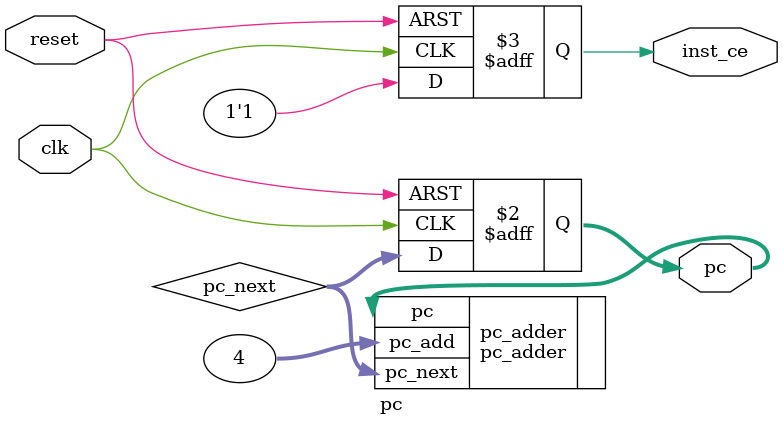
<source format=v>
`timescale 1ns / 1ps


module pc(
    input clk,
    input reset,
    output reg [31:0] pc,
    output reg inst_ce
    );
    
    wire [31:0] pc_next;
    pc_adder pc_adder(
        .pc(pc),
        .pc_add(32'h4),
        .pc_next(pc_next));
    
    always@(posedge clk ,posedge reset) 
    begin
        if (reset) begin
            pc <= -4;
            inst_ce <= 0;
        end
        else begin 
            pc <= pc_next;
            inst_ce <= 1;
        end
    end
    
endmodule

</source>
